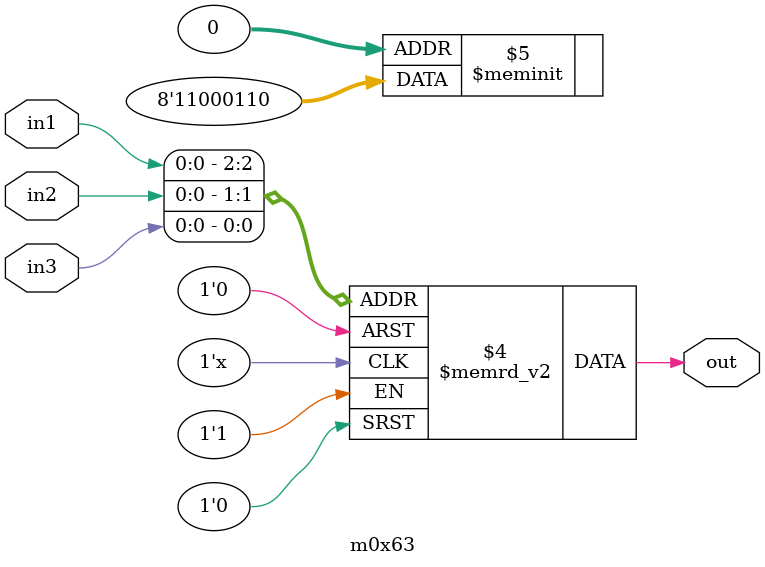
<source format=v>
module m0x63(output out, input in1, in2, in3);

   always @(in1, in2, in3)
     begin
        case({in1, in2, in3})
          3'b000: {out} = 1'b0;
          3'b001: {out} = 1'b1;
          3'b010: {out} = 1'b1;
          3'b011: {out} = 1'b0;
          3'b100: {out} = 1'b0;
          3'b101: {out} = 1'b0;
          3'b110: {out} = 1'b1;
          3'b111: {out} = 1'b1;
        endcase // case ({in1, in2, in3})
     end // always @ (in1, in2, in3)

endmodule // m0x63
</source>
